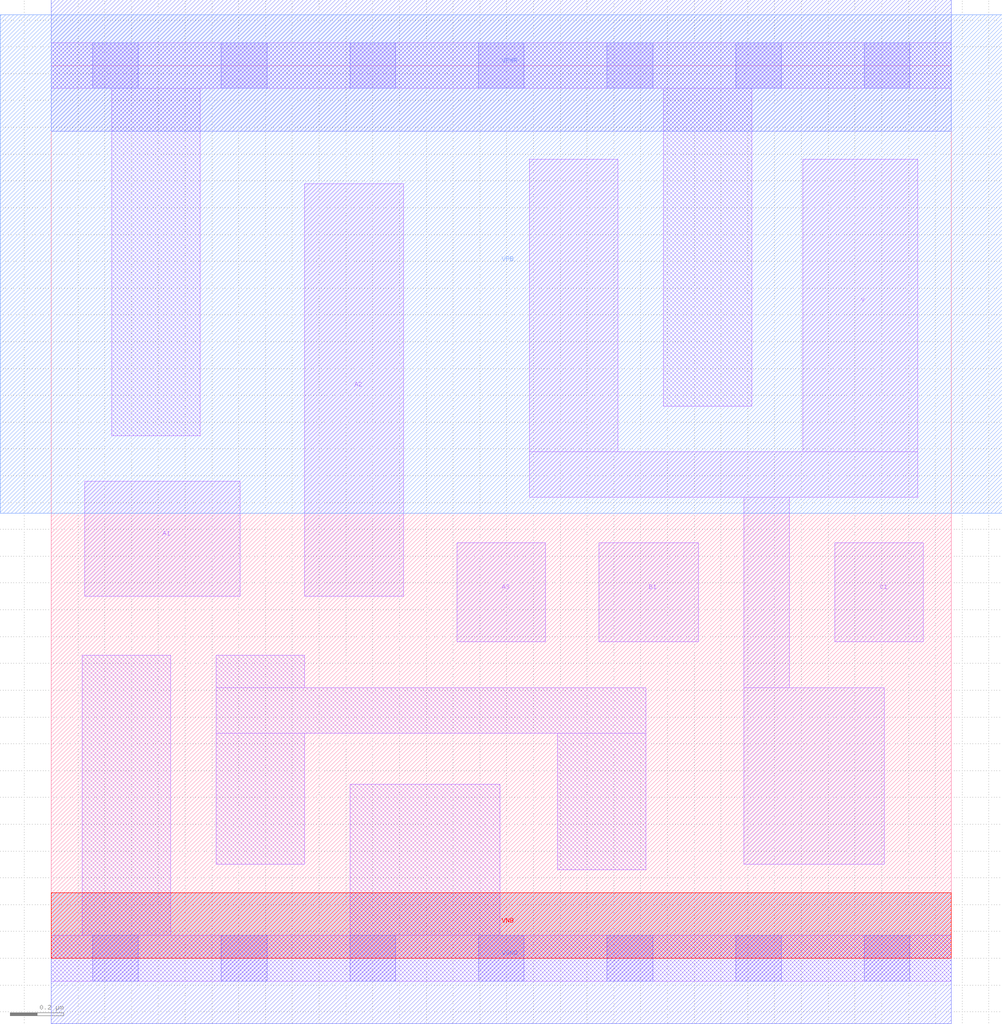
<source format=lef>
# Copyright 2020 The SkyWater PDK Authors
#
# Licensed under the Apache License, Version 2.0 (the "License");
# you may not use this file except in compliance with the License.
# You may obtain a copy of the License at
#
#     https://www.apache.org/licenses/LICENSE-2.0
#
# Unless required by applicable law or agreed to in writing, software
# distributed under the License is distributed on an "AS IS" BASIS,
# WITHOUT WARRANTIES OR CONDITIONS OF ANY KIND, either express or implied.
# See the License for the specific language governing permissions and
# limitations under the License.
#
# SPDX-License-Identifier: Apache-2.0

VERSION 5.7 ;
  NOWIREEXTENSIONATPIN ON ;
  DIVIDERCHAR "/" ;
  BUSBITCHARS "[]" ;
MACRO sky130_fd_sc_ls__o311ai_1
  CLASS CORE ;
  FOREIGN sky130_fd_sc_ls__o311ai_1 ;
  ORIGIN  0.000000  0.000000 ;
  SIZE  3.360000 BY  3.330000 ;
  SYMMETRY X Y ;
  SITE unit ;
  PIN A1
    ANTENNAGATEAREA  0.279000 ;
    DIRECTION INPUT ;
    USE SIGNAL ;
    PORT
      LAYER li1 ;
        RECT 0.125000 1.350000 0.705000 1.780000 ;
    END
  END A1
  PIN A2
    ANTENNAGATEAREA  0.279000 ;
    DIRECTION INPUT ;
    USE SIGNAL ;
    PORT
      LAYER li1 ;
        RECT 0.945000 1.350000 1.315000 2.890000 ;
    END
  END A2
  PIN A3
    ANTENNAGATEAREA  0.279000 ;
    DIRECTION INPUT ;
    USE SIGNAL ;
    PORT
      LAYER li1 ;
        RECT 1.515000 1.180000 1.845000 1.550000 ;
    END
  END A3
  PIN B1
    ANTENNAGATEAREA  0.279000 ;
    DIRECTION INPUT ;
    USE SIGNAL ;
    PORT
      LAYER li1 ;
        RECT 2.045000 1.180000 2.415000 1.550000 ;
    END
  END B1
  PIN C1
    ANTENNAGATEAREA  0.279000 ;
    DIRECTION INPUT ;
    USE SIGNAL ;
    PORT
      LAYER li1 ;
        RECT 2.925000 1.180000 3.255000 1.550000 ;
    END
  END C1
  PIN VNB
    PORT
      LAYER pwell ;
        RECT 0.000000 0.000000 3.360000 0.245000 ;
    END
  END VNB
  PIN VPB
    PORT
      LAYER nwell ;
        RECT -0.190000 1.660000 3.550000 3.520000 ;
    END
  END VPB
  PIN Y
    ANTENNADIFFAREA  1.011700 ;
    DIRECTION OUTPUT ;
    USE SIGNAL ;
    PORT
      LAYER li1 ;
        RECT 1.785000 1.720000 3.235000 1.890000 ;
        RECT 1.785000 1.890000 2.115000 2.980000 ;
        RECT 2.585000 0.350000 3.110000 1.010000 ;
        RECT 2.585000 1.010000 2.755000 1.720000 ;
        RECT 2.805000 1.890000 3.235000 2.980000 ;
    END
  END Y
  PIN VGND
    DIRECTION INOUT ;
    SHAPE ABUTMENT ;
    USE GROUND ;
    PORT
      LAYER met1 ;
        RECT 0.000000 -0.245000 3.360000 0.245000 ;
    END
  END VGND
  PIN VPWR
    DIRECTION INOUT ;
    SHAPE ABUTMENT ;
    USE POWER ;
    PORT
      LAYER met1 ;
        RECT 0.000000 3.085000 3.360000 3.575000 ;
    END
  END VPWR
  OBS
    LAYER li1 ;
      RECT 0.000000 -0.085000 3.360000 0.085000 ;
      RECT 0.000000  3.245000 3.360000 3.415000 ;
      RECT 0.115000  0.085000 0.445000 1.130000 ;
      RECT 0.225000  1.950000 0.555000 3.245000 ;
      RECT 0.615000  0.350000 0.945000 0.840000 ;
      RECT 0.615000  0.840000 2.220000 1.010000 ;
      RECT 0.615000  1.010000 0.945000 1.130000 ;
      RECT 1.115000  0.085000 1.675000 0.650000 ;
      RECT 1.890000  0.330000 2.220000 0.840000 ;
      RECT 2.285000  2.060000 2.615000 3.245000 ;
    LAYER mcon ;
      RECT 0.155000 -0.085000 0.325000 0.085000 ;
      RECT 0.155000  3.245000 0.325000 3.415000 ;
      RECT 0.635000 -0.085000 0.805000 0.085000 ;
      RECT 0.635000  3.245000 0.805000 3.415000 ;
      RECT 1.115000 -0.085000 1.285000 0.085000 ;
      RECT 1.115000  3.245000 1.285000 3.415000 ;
      RECT 1.595000 -0.085000 1.765000 0.085000 ;
      RECT 1.595000  3.245000 1.765000 3.415000 ;
      RECT 2.075000 -0.085000 2.245000 0.085000 ;
      RECT 2.075000  3.245000 2.245000 3.415000 ;
      RECT 2.555000 -0.085000 2.725000 0.085000 ;
      RECT 2.555000  3.245000 2.725000 3.415000 ;
      RECT 3.035000 -0.085000 3.205000 0.085000 ;
      RECT 3.035000  3.245000 3.205000 3.415000 ;
  END
END sky130_fd_sc_ls__o311ai_1
END LIBRARY

</source>
